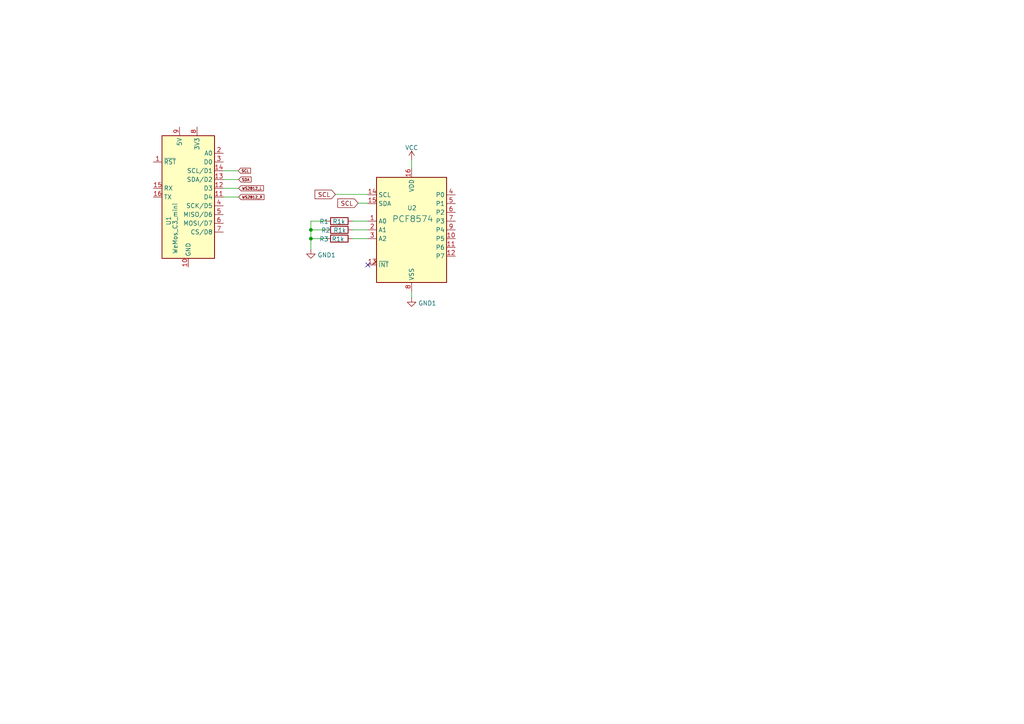
<source format=kicad_sch>
(kicad_sch (version 20230121) (generator eeschema)
  (paper "A4")
  (lib_symbols
    (symbol "Device:R" (pin_numbers hide) (pin_names (offset 0))
      (property "Reference" "R" (at 2.032 0 90))
      (property "Value" "R" (at 0 0 90))
      (symbol "R_0_1"
        (rectangle (start -1.016 -2.54) (end 1.016 2.54) (stroke (width 0.254)))
      )
      (symbol "R_1_1"
        (pin passive line (at 0 3.81 270) (length 1.27) (name "~") (number "1"))
        (pin passive line (at 0 -3.81 90) (length 1.27) (name "~") (number "2"))
      )
    )
    (symbol "Interface_Expansion:PCF8574"
      (property "Reference" "U" (at -8.89 16.51 0))
      (property "Value" "PCF8574" (at 2.54 16.51 0))
      (symbol "PCF8574_0_1"
        (rectangle (start -10.16 15.24) (end 10.16 -15.24) (stroke (width 0.254)) (fill (type background)))
      )
      (symbol "PCF8574_1_1"
        (pin input line (at -12.7 2.54 0) (length 2.54) (name "A0") (number "1"))
        (pin bidirectional line (at 12.7 -2.54 180) (length 2.54) (name "P5") (number "10"))
        (pin bidirectional line (at 12.7 -5.08 180) (length 2.54) (name "P6") (number "11"))
        (pin bidirectional line (at 12.7 -7.62 180) (length 2.54) (name "P7") (number "12"))
        (pin open_collector output_low (at -12.7 -10.16 0) (length 2.54) (name "~{INT}") (number "13"))
        (pin input line (at -12.7 10.16 0) (length 2.54) (name "SCL") (number "14"))
        (pin bidirectional line (at -12.7 7.62 0) (length 2.54) (name "SDA") (number "15"))
        (pin power_in line (at 0 17.78 270) (length 2.54) (name "VDD") (number "16"))
        (pin input line (at -12.7 0 0) (length 2.54) (name "A1") (number "2"))
        (pin input line (at -12.7 -2.54 0) (length 2.54) (name "A2") (number "3"))
        (pin bidirectional line (at 12.7 10.16 180) (length 2.54) (name "P0") (number "4"))
        (pin bidirectional line (at 12.7 7.62 180) (length 2.54) (name "P1") (number "5"))
        (pin bidirectional line (at 12.7 5.08 180) (length 2.54) (name "P2") (number "6"))
        (pin bidirectional line (at 12.7 2.54 180) (length 2.54) (name "P3") (number "7"))
        (pin power_in line (at 0 -17.78 90) (length 2.54) (name "VSS") (number "8"))
        (pin bidirectional line (at 12.7 0 180) (length 2.54) (name "P4") (number "9"))
      )
    )
    (symbol "MCU_Module:WeMos_D1_mini"
      (property "Reference" "U" (at 3.81 19.05 0))
      (property "Value" "WeMos_D1_mini" (at 1.27 -19.05 0))
      (symbol "WeMos_D1_mini_1_1"
        (rectangle (start -7.62 17.78) (end 7.62 -17.78) (stroke (width 0.254)) (fill (type background)))
        (pin input line (at -10.16 10.16 0) (length 2.54) (name "~{RST}") (number "1"))
        (pin power_in line (at 0 -20.32 90) (length 2.54) (name "GND") (number "10"))
        (pin bidirectional line (at 10.16 0 180) (length 2.54) (name "D4") (number "11"))
        (pin bidirectional line (at 10.16 2.54 180) (length 2.54) (name "D3") (number "12"))
        (pin bidirectional line (at 10.16 5.08 180) (length 2.54) (name "SDA/D2") (number "13"))
        (pin bidirectional line (at 10.16 7.62 180) (length 2.54) (name "SCL/D1") (number "14"))
        (pin input line (at -10.16 2.54 0) (length 2.54) (name "RX") (number "15"))
        (pin output line (at -10.16 0 0) (length 2.54) (name "TX") (number "16"))
        (pin input line (at 10.16 12.7 180) (length 2.54) (name "A0") (number "2"))
        (pin bidirectional line (at 10.16 10.16 180) (length 2.54) (name "D0") (number "3"))
        (pin bidirectional line (at 10.16 -2.54 180) (length 2.54) (name "SCK/D5") (number "4"))
        (pin bidirectional line (at 10.16 -5.08 180) (length 2.54) (name "MISO/D6") (number "5"))
        (pin bidirectional line (at 10.16 -7.62 180) (length 2.54) (name "MOSI/D7") (number "6"))
        (pin bidirectional line (at 10.16 -10.16 180) (length 2.54) (name "CS/D8") (number "7"))
        (pin power_out line (at 2.54 20.32 270) (length 2.54) (name "3V3") (number "8"))
        (pin power_in line (at -2.54 20.32 270) (length 2.54) (name "5V") (number "9"))
      )
    )
    (symbol "power:GND1" (power) (pin_names (offset 0))
      (property "Value" "GND1" (at 0 -3.81 0))
      (symbol "GND1_0_1"
        (polyline (pts (xy 0 0) (xy 0 -1.27) (xy 1.27 -1.27) (xy 0 -2.54) (xy -1.27 -1.27) (xy 0 -1.27)))
      )
      (symbol "GND1_1_1"
        (pin power_in line (at 0 0 270) (length 0) hide (name "GND1") (number "1"))
      )
    )
    (symbol "power:VCC" (power) (pin_names (offset 0))
      (property "Value" "VCC" (at 0 3.81 0))
      (symbol "VCC_0_1"
        (polyline (pts (xy -0.762 1.27) (xy 0 2.54)))
        (polyline (pts (xy 0 0) (xy 0 2.54)))
        (polyline (pts (xy 0 2.54) (xy 0.762 1.27)))
      )
      (symbol "VCC_1_1"
        (pin power_in line (at 0 0 90) (length 0) hide (name "VCC") (number "1"))
      )
    )
  )
  (junction (at 90.17 66.675))
  (junction (at 90.17 69.215))
  (no_connect (at 106.68 76.835))
  (wire (pts (xy 90.17 69.215) (xy 94.615 69.215)))
  (wire (pts (xy 69.088 49.53) (xy 64.77 49.53)))
  (wire (pts (xy 102.235 66.675) (xy 106.68 66.675)))
  (wire (pts (xy 106.68 58.928) (xy 103.886 58.928)))
  (wire (pts (xy 90.17 69.215) (xy 90.17 72.39)))
  (wire (pts (xy 106.68 56.388) (xy 97.282 56.388)))
  (wire (pts (xy 102.235 69.215) (xy 106.68 69.215)))
  (wire (pts (xy 69.215 57.15) (xy 64.77 57.15)))
  (wire (pts (xy 69.215 52.07) (xy 64.77 52.07)))
  (wire (pts (xy 119.38 46.355) (xy 119.38 48.895)))
  (wire (pts (xy 90.17 66.675) (xy 94.615 66.675)))
  (wire (pts (xy 119.38 84.455) (xy 119.38 86.36)))
  (wire (pts (xy 90.17 66.675) (xy 90.17 69.215)))
  (wire (pts (xy 90.17 64.135) (xy 90.17 66.675)))
  (wire (pts (xy 94.615 64.135) (xy 90.17 64.135)))
  (wire (pts (xy 102.235 64.135) (xy 106.68 64.135)))
  (wire (pts (xy 69.215 54.61) (xy 64.77 54.61)))
  (global_label "SCL" (shape input) (at 103.886 58.928 180) (property "Intersheetrefs" "${INTERSHEET_REFS}" (effects hide)))
  (global_label "SCL" (shape input) (at 69.088 49.53 0) (effects (font (size 0.77 0.77))) (property "Intersheetrefs" "${INTERSHEET_REFS}" (effects hide)))
  (global_label "WS2812_L" (shape input) (at 69.215 54.61 0) (effects (font (size 0.77 0.77))) (property "Intersheetrefs" "${INTERSHEET_REFS}" (effects hide)))
  (global_label "SCL" (shape input) (at 97.282 56.388 180) (property "Intersheetrefs" "${INTERSHEET_REFS}" (effects hide)))
  (global_label "WS2812_R" (shape input) (at 69.215 57.15 0) (effects (font (size 0.77 0.77))) (property "Intersheetrefs" "${INTERSHEET_REFS}" (effects hide)))
  (global_label "SDA" (shape input) (at 69.215 52.07 0) (effects (font (size 0.77 0.77))) (property "Intersheetrefs" "${INTERSHEET_REFS}" (effects hide)))
  (symbol (lib_id "Interface_Expansion:PCF8574") (at 119.38 66.675 0) (unit 1)
    (property "Reference" "U2" (at 118.11 60.325 0) (effects (justify left)))
    (property "Value" "PCF8574" (at 113.665 63.5 0) (effects (font (size 1.77 1.77)) (justify left)))
    (property "Datasheet" "http://www.nxp.com/documents/data_sheet/PCF8574_PCF8574A.pdf" (effects hide))
  )
  (symbol (lib_id "Device:R") (at 98.425 64.135 90) (unit 1)
    (property "Reference" "R1" (at 93.98 64.262 90))
    (property "Value" "R1k" (at 98.298 64.262 90))
  )
  (symbol (lib_id "power:GND1") (at 119.38 86.36 0) (unit 1)
    (property "Reference" "#PWR02" (effects hide))
    (property "Value" "GND" (at 121.285 87.9468 0) (effects (justify left)))
  )
  (symbol (lib_id "MCU_Module:WeMos_D1_mini") (at 54.61 57.15 0) (unit 1)
    (property "Reference" "U1" (at 48.895 65.405 90) (effects (justify left)))
    (property "Value" "WeMos_C3_mini" (at 50.8 73.66 90) (effects (justify left)))
    (property "Footprint" "Module:WEMOS_D1_mini_light" (effects hide))
    (property "Datasheet" "https://wiki.wemos.cc/products:d1:d1_mini#documentation" (effects hide))
  )
  (symbol (lib_id "power:GND1") (at 90.17 72.39 0) (unit 1)
    (property "Reference" "#PWR01" (effects hide))
    (property "Value" "GND" (at 92.075 73.9768 0) (effects (justify left)))
  )
  (symbol (lib_id "Device:R") (at 98.425 66.675 90) (unit 1)
    (property "Reference" "R2" (at 94.488 66.802 90))
    (property "Value" "R1k" (at 98.552 66.802 90))
  )
  (symbol (lib_id "Device:R") (at 98.425 69.215 90) (unit 1)
    (property "Reference" "R3" (at 93.98 69.342 90))
    (property "Value" "R1k" (at 98.044 69.342 90))
  )
  (symbol (lib_id "power:VCC") (at 119.38 46.355 0) (unit 1)
    (property "Reference" "#PWR03" (effects hide))
    (property "Value" "VCC" (at 119.38 42.8531 0))
  )
)
</source>
